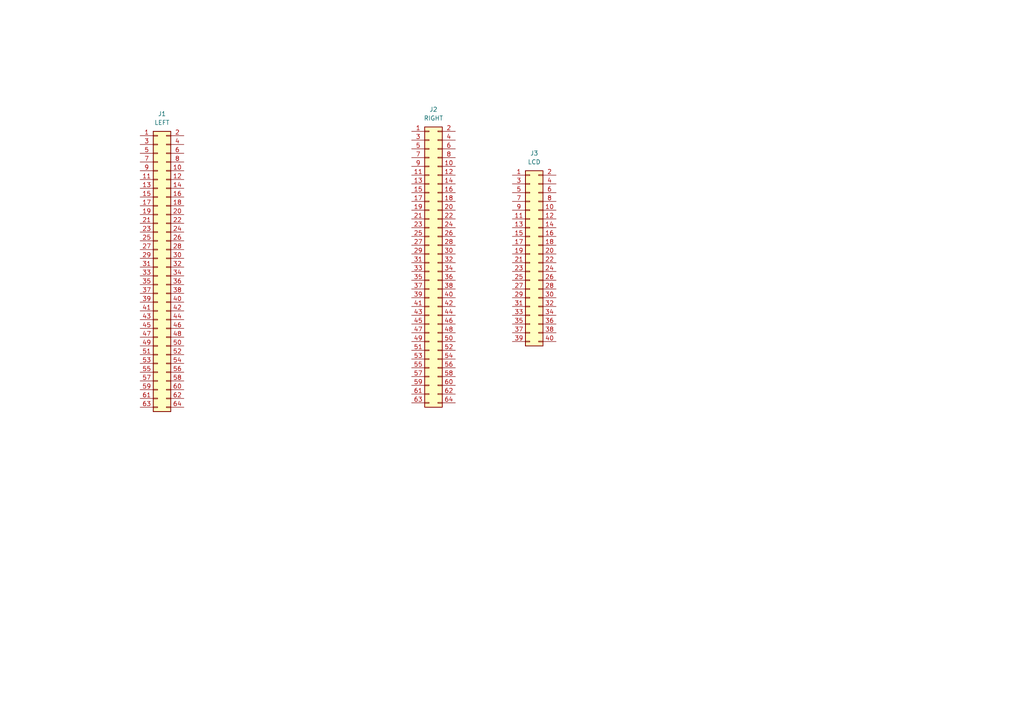
<source format=kicad_sch>
(kicad_sch (version 20211123) (generator eeschema)
  (paper "A4")
  (lib_symbols
    (symbol "Connector_Generic:Conn_02x20_Odd_Even" (pin_names (offset 1.016) hide)
      (property "Reference" "J" (at 1.27 25.4 0))
      (property "Value" "Conn_02x20_Odd_Even" (at 1.27 -27.94 0))
      (symbol "Conn_02x20_Odd_Even_1_1"
        (rectangle (start -1.27 -25.273) (end 0 -25.527) (stroke (width 0.1524)))
        (rectangle (start -1.27 -22.733) (end 0 -22.987) (stroke (width 0.1524)))
        (rectangle (start -1.27 -20.193) (end 0 -20.447) (stroke (width 0.1524)))
        (rectangle (start -1.27 -17.653) (end 0 -17.907) (stroke (width 0.1524)))
        (rectangle (start -1.27 -15.113) (end 0 -15.367) (stroke (width 0.1524)))
        (rectangle (start -1.27 -12.573) (end 0 -12.827) (stroke (width 0.1524)))
        (rectangle (start -1.27 -10.033) (end 0 -10.287) (stroke (width 0.1524)))
        (rectangle (start -1.27 -7.493) (end 0 -7.747) (stroke (width 0.1524)))
        (rectangle (start -1.27 -4.953) (end 0 -5.207) (stroke (width 0.1524)))
        (rectangle (start -1.27 -2.413) (end 0 -2.667) (stroke (width 0.1524)))
        (rectangle (start -1.27 0.127) (end 0 -0.127) (stroke (width 0.1524)))
        (rectangle (start -1.27 2.667) (end 0 2.413) (stroke (width 0.1524)))
        (rectangle (start -1.27 5.207) (end 0 4.953) (stroke (width 0.1524)))
        (rectangle (start -1.27 7.747) (end 0 7.493) (stroke (width 0.1524)))
        (rectangle (start -1.27 10.287) (end 0 10.033) (stroke (width 0.1524)))
        (rectangle (start -1.27 12.827) (end 0 12.573) (stroke (width 0.1524)))
        (rectangle (start -1.27 15.367) (end 0 15.113) (stroke (width 0.1524)))
        (rectangle (start -1.27 17.907) (end 0 17.653) (stroke (width 0.1524)))
        (rectangle (start -1.27 20.447) (end 0 20.193) (stroke (width 0.1524)))
        (rectangle (start -1.27 22.987) (end 0 22.733) (stroke (width 0.1524)))
        (rectangle (start -1.27 24.13) (end 3.81 -26.67) (stroke (width 0.254)) (fill (type background)))
        (rectangle (start 3.81 -25.273) (end 2.54 -25.527) (stroke (width 0.1524)))
        (rectangle (start 3.81 -22.733) (end 2.54 -22.987) (stroke (width 0.1524)))
        (rectangle (start 3.81 -20.193) (end 2.54 -20.447) (stroke (width 0.1524)))
        (rectangle (start 3.81 -17.653) (end 2.54 -17.907) (stroke (width 0.1524)))
        (rectangle (start 3.81 -15.113) (end 2.54 -15.367) (stroke (width 0.1524)))
        (rectangle (start 3.81 -12.573) (end 2.54 -12.827) (stroke (width 0.1524)))
        (rectangle (start 3.81 -10.033) (end 2.54 -10.287) (stroke (width 0.1524)))
        (rectangle (start 3.81 -7.493) (end 2.54 -7.747) (stroke (width 0.1524)))
        (rectangle (start 3.81 -4.953) (end 2.54 -5.207) (stroke (width 0.1524)))
        (rectangle (start 3.81 -2.413) (end 2.54 -2.667) (stroke (width 0.1524)))
        (rectangle (start 3.81 0.127) (end 2.54 -0.127) (stroke (width 0.1524)))
        (rectangle (start 3.81 2.667) (end 2.54 2.413) (stroke (width 0.1524)))
        (rectangle (start 3.81 5.207) (end 2.54 4.953) (stroke (width 0.1524)))
        (rectangle (start 3.81 7.747) (end 2.54 7.493) (stroke (width 0.1524)))
        (rectangle (start 3.81 10.287) (end 2.54 10.033) (stroke (width 0.1524)))
        (rectangle (start 3.81 12.827) (end 2.54 12.573) (stroke (width 0.1524)))
        (rectangle (start 3.81 15.367) (end 2.54 15.113) (stroke (width 0.1524)))
        (rectangle (start 3.81 17.907) (end 2.54 17.653) (stroke (width 0.1524)))
        (rectangle (start 3.81 20.447) (end 2.54 20.193) (stroke (width 0.1524)))
        (rectangle (start 3.81 22.987) (end 2.54 22.733) (stroke (width 0.1524)))
        (pin passive line (at -5.08 22.86 0) (length 3.81) (name "Pin_1") (number "1"))
        (pin passive line (at 7.62 12.7 180) (length 3.81) (name "Pin_10") (number "10"))
        (pin passive line (at -5.08 10.16 0) (length 3.81) (name "Pin_11") (number "11"))
        (pin passive line (at 7.62 10.16 180) (length 3.81) (name "Pin_12") (number "12"))
        (pin passive line (at -5.08 7.62 0) (length 3.81) (name "Pin_13") (number "13"))
        (pin passive line (at 7.62 7.62 180) (length 3.81) (name "Pin_14") (number "14"))
        (pin passive line (at -5.08 5.08 0) (length 3.81) (name "Pin_15") (number "15"))
        (pin passive line (at 7.62 5.08 180) (length 3.81) (name "Pin_16") (number "16"))
        (pin passive line (at -5.08 2.54 0) (length 3.81) (name "Pin_17") (number "17"))
        (pin passive line (at 7.62 2.54 180) (length 3.81) (name "Pin_18") (number "18"))
        (pin passive line (at -5.08 0 0) (length 3.81) (name "Pin_19") (number "19"))
        (pin passive line (at 7.62 22.86 180) (length 3.81) (name "Pin_2") (number "2"))
        (pin passive line (at 7.62 0 180) (length 3.81) (name "Pin_20") (number "20"))
        (pin passive line (at -5.08 -2.54 0) (length 3.81) (name "Pin_21") (number "21"))
        (pin passive line (at 7.62 -2.54 180) (length 3.81) (name "Pin_22") (number "22"))
        (pin passive line (at -5.08 -5.08 0) (length 3.81) (name "Pin_23") (number "23"))
        (pin passive line (at 7.62 -5.08 180) (length 3.81) (name "Pin_24") (number "24"))
        (pin passive line (at -5.08 -7.62 0) (length 3.81) (name "Pin_25") (number "25"))
        (pin passive line (at 7.62 -7.62 180) (length 3.81) (name "Pin_26") (number "26"))
        (pin passive line (at -5.08 -10.16 0) (length 3.81) (name "Pin_27") (number "27"))
        (pin passive line (at 7.62 -10.16 180) (length 3.81) (name "Pin_28") (number "28"))
        (pin passive line (at -5.08 -12.7 0) (length 3.81) (name "Pin_29") (number "29"))
        (pin passive line (at -5.08 20.32 0) (length 3.81) (name "Pin_3") (number "3"))
        (pin passive line (at 7.62 -12.7 180) (length 3.81) (name "Pin_30") (number "30"))
        (pin passive line (at -5.08 -15.24 0) (length 3.81) (name "Pin_31") (number "31"))
        (pin passive line (at 7.62 -15.24 180) (length 3.81) (name "Pin_32") (number "32"))
        (pin passive line (at -5.08 -17.78 0) (length 3.81) (name "Pin_33") (number "33"))
        (pin passive line (at 7.62 -17.78 180) (length 3.81) (name "Pin_34") (number "34"))
        (pin passive line (at -5.08 -20.32 0) (length 3.81) (name "Pin_35") (number "35"))
        (pin passive line (at 7.62 -20.32 180) (length 3.81) (name "Pin_36") (number "36"))
        (pin passive line (at -5.08 -22.86 0) (length 3.81) (name "Pin_37") (number "37"))
        (pin passive line (at 7.62 -22.86 180) (length 3.81) (name "Pin_38") (number "38"))
        (pin passive line (at -5.08 -25.4 0) (length 3.81) (name "Pin_39") (number "39"))
        (pin passive line (at 7.62 20.32 180) (length 3.81) (name "Pin_4") (number "4"))
        (pin passive line (at 7.62 -25.4 180) (length 3.81) (name "Pin_40") (number "40"))
        (pin passive line (at -5.08 17.78 0) (length 3.81) (name "Pin_5") (number "5"))
        (pin passive line (at 7.62 17.78 180) (length 3.81) (name "Pin_6") (number "6"))
        (pin passive line (at -5.08 15.24 0) (length 3.81) (name "Pin_7") (number "7"))
        (pin passive line (at 7.62 15.24 180) (length 3.81) (name "Pin_8") (number "8"))
        (pin passive line (at -5.08 12.7 0) (length 3.81) (name "Pin_9") (number "9"))
      )
    )
    (symbol "Connector_Generic:Conn_02x32_Odd_Even" (pin_names (offset 1.016) hide)
      (property "Reference" "J" (at 1.27 40.64 0))
      (property "Value" "Conn_02x32_Odd_Even" (at 1.27 -43.18 0))
      (symbol "Conn_02x32_Odd_Even_1_1"
        (rectangle (start -1.27 -40.513) (end 0 -40.767) (stroke (width 0.1524)))
        (rectangle (start -1.27 -37.973) (end 0 -38.227) (stroke (width 0.1524)))
        (rectangle (start -1.27 -35.433) (end 0 -35.687) (stroke (width 0.1524)))
        (rectangle (start -1.27 -32.893) (end 0 -33.147) (stroke (width 0.1524)))
        (rectangle (start -1.27 -30.353) (end 0 -30.607) (stroke (width 0.1524)))
        (rectangle (start -1.27 -27.813) (end 0 -28.067) (stroke (width 0.1524)))
        (rectangle (start -1.27 -25.273) (end 0 -25.527) (stroke (width 0.1524)))
        (rectangle (start -1.27 -22.733) (end 0 -22.987) (stroke (width 0.1524)))
        (rectangle (start -1.27 -20.193) (end 0 -20.447) (stroke (width 0.1524)))
        (rectangle (start -1.27 -17.653) (end 0 -17.907) (stroke (width 0.1524)))
        (rectangle (start -1.27 -15.113) (end 0 -15.367) (stroke (width 0.1524)))
        (rectangle (start -1.27 -12.573) (end 0 -12.827) (stroke (width 0.1524)))
        (rectangle (start -1.27 -10.033) (end 0 -10.287) (stroke (width 0.1524)))
        (rectangle (start -1.27 -7.493) (end 0 -7.747) (stroke (width 0.1524)))
        (rectangle (start -1.27 -4.953) (end 0 -5.207) (stroke (width 0.1524)))
        (rectangle (start -1.27 -2.413) (end 0 -2.667) (stroke (width 0.1524)))
        (rectangle (start -1.27 0.127) (end 0 -0.127) (stroke (width 0.1524)))
        (rectangle (start -1.27 2.667) (end 0 2.413) (stroke (width 0.1524)))
        (rectangle (start -1.27 5.207) (end 0 4.953) (stroke (width 0.1524)))
        (rectangle (start -1.27 7.747) (end 0 7.493) (stroke (width 0.1524)))
        (rectangle (start -1.27 10.287) (end 0 10.033) (stroke (width 0.1524)))
        (rectangle (start -1.27 12.827) (end 0 12.573) (stroke (width 0.1524)))
        (rectangle (start -1.27 15.367) (end 0 15.113) (stroke (width 0.1524)))
        (rectangle (start -1.27 17.907) (end 0 17.653) (stroke (width 0.1524)))
        (rectangle (start -1.27 20.447) (end 0 20.193) (stroke (width 0.1524)))
        (rectangle (start -1.27 22.987) (end 0 22.733) (stroke (width 0.1524)))
        (rectangle (start -1.27 25.527) (end 0 25.273) (stroke (width 0.1524)))
        (rectangle (start -1.27 28.067) (end 0 27.813) (stroke (width 0.1524)))
        (rectangle (start -1.27 30.607) (end 0 30.353) (stroke (width 0.1524)))
        (rectangle (start -1.27 33.147) (end 0 32.893) (stroke (width 0.1524)))
        (rectangle (start -1.27 35.687) (end 0 35.433) (stroke (width 0.1524)))
        (rectangle (start -1.27 38.227) (end 0 37.973) (stroke (width 0.1524)))
        (rectangle (start -1.27 39.37) (end 3.81 -41.91) (stroke (width 0.254)) (fill (type background)))
        (rectangle (start 3.81 -40.513) (end 2.54 -40.767) (stroke (width 0.1524)))
        (rectangle (start 3.81 -37.973) (end 2.54 -38.227) (stroke (width 0.1524)))
        (rectangle (start 3.81 -35.433) (end 2.54 -35.687) (stroke (width 0.1524)))
        (rectangle (start 3.81 -32.893) (end 2.54 -33.147) (stroke (width 0.1524)))
        (rectangle (start 3.81 -30.353) (end 2.54 -30.607) (stroke (width 0.1524)))
        (rectangle (start 3.81 -27.813) (end 2.54 -28.067) (stroke (width 0.1524)))
        (rectangle (start 3.81 -25.273) (end 2.54 -25.527) (stroke (width 0.1524)))
        (rectangle (start 3.81 -22.733) (end 2.54 -22.987) (stroke (width 0.1524)))
        (rectangle (start 3.81 -20.193) (end 2.54 -20.447) (stroke (width 0.1524)))
        (rectangle (start 3.81 -17.653) (end 2.54 -17.907) (stroke (width 0.1524)))
        (rectangle (start 3.81 -15.113) (end 2.54 -15.367) (stroke (width 0.1524)))
        (rectangle (start 3.81 -12.573) (end 2.54 -12.827) (stroke (width 0.1524)))
        (rectangle (start 3.81 -10.033) (end 2.54 -10.287) (stroke (width 0.1524)))
        (rectangle (start 3.81 -7.493) (end 2.54 -7.747) (stroke (width 0.1524)))
        (rectangle (start 3.81 -4.953) (end 2.54 -5.207) (stroke (width 0.1524)))
        (rectangle (start 3.81 -2.413) (end 2.54 -2.667) (stroke (width 0.1524)))
        (rectangle (start 3.81 0.127) (end 2.54 -0.127) (stroke (width 0.1524)))
        (rectangle (start 3.81 2.667) (end 2.54 2.413) (stroke (width 0.1524)))
        (rectangle (start 3.81 5.207) (end 2.54 4.953) (stroke (width 0.1524)))
        (rectangle (start 3.81 7.747) (end 2.54 7.493) (stroke (width 0.1524)))
        (rectangle (start 3.81 10.287) (end 2.54 10.033) (stroke (width 0.1524)))
        (rectangle (start 3.81 12.827) (end 2.54 12.573) (stroke (width 0.1524)))
        (rectangle (start 3.81 15.367) (end 2.54 15.113) (stroke (width 0.1524)))
        (rectangle (start 3.81 17.907) (end 2.54 17.653) (stroke (width 0.1524)))
        (rectangle (start 3.81 20.447) (end 2.54 20.193) (stroke (width 0.1524)))
        (rectangle (start 3.81 22.987) (end 2.54 22.733) (stroke (width 0.1524)))
        (rectangle (start 3.81 25.527) (end 2.54 25.273) (stroke (width 0.1524)))
        (rectangle (start 3.81 28.067) (end 2.54 27.813) (stroke (width 0.1524)))
        (rectangle (start 3.81 30.607) (end 2.54 30.353) (stroke (width 0.1524)))
        (rectangle (start 3.81 33.147) (end 2.54 32.893) (stroke (width 0.1524)))
        (rectangle (start 3.81 35.687) (end 2.54 35.433) (stroke (width 0.1524)))
        (rectangle (start 3.81 38.227) (end 2.54 37.973) (stroke (width 0.1524)))
        (pin passive line (at -5.08 38.1 0) (length 3.81) (name "Pin_1") (number "1"))
        (pin passive line (at 7.62 27.94 180) (length 3.81) (name "Pin_10") (number "10"))
        (pin passive line (at -5.08 25.4 0) (length 3.81) (name "Pin_11") (number "11"))
        (pin passive line (at 7.62 25.4 180) (length 3.81) (name "Pin_12") (number "12"))
        (pin passive line (at -5.08 22.86 0) (length 3.81) (name "Pin_13") (number "13"))
        (pin passive line (at 7.62 22.86 180) (length 3.81) (name "Pin_14") (number "14"))
        (pin passive line (at -5.08 20.32 0) (length 3.81) (name "Pin_15") (number "15"))
        (pin passive line (at 7.62 20.32 180) (length 3.81) (name "Pin_16") (number "16"))
        (pin passive line (at -5.08 17.78 0) (length 3.81) (name "Pin_17") (number "17"))
        (pin passive line (at 7.62 17.78 180) (length 3.81) (name "Pin_18") (number "18"))
        (pin passive line (at -5.08 15.24 0) (length 3.81) (name "Pin_19") (number "19"))
        (pin passive line (at 7.62 38.1 180) (length 3.81) (name "Pin_2") (number "2"))
        (pin passive line (at 7.62 15.24 180) (length 3.81) (name "Pin_20") (number "20"))
        (pin passive line (at -5.08 12.7 0) (length 3.81) (name "Pin_21") (number "21"))
        (pin passive line (at 7.62 12.7 180) (length 3.81) (name "Pin_22") (number "22"))
        (pin passive line (at -5.08 10.16 0) (length 3.81) (name "Pin_23") (number "23"))
        (pin passive line (at 7.62 10.16 180) (length 3.81) (name "Pin_24") (number "24"))
        (pin passive line (at -5.08 7.62 0) (length 3.81) (name "Pin_25") (number "25"))
        (pin passive line (at 7.62 7.62 180) (length 3.81) (name "Pin_26") (number "26"))
        (pin passive line (at -5.08 5.08 0) (length 3.81) (name "Pin_27") (number "27"))
        (pin passive line (at 7.62 5.08 180) (length 3.81) (name "Pin_28") (number "28"))
        (pin passive line (at -5.08 2.54 0) (length 3.81) (name "Pin_29") (number "29"))
        (pin passive line (at -5.08 35.56 0) (length 3.81) (name "Pin_3") (number "3"))
        (pin passive line (at 7.62 2.54 180) (length 3.81) (name "Pin_30") (number "30"))
        (pin passive line (at -5.08 0 0) (length 3.81) (name "Pin_31") (number "31"))
        (pin passive line (at 7.62 0 180) (length 3.81) (name "Pin_32") (number "32"))
        (pin passive line (at -5.08 -2.54 0) (length 3.81) (name "Pin_33") (number "33"))
        (pin passive line (at 7.62 -2.54 180) (length 3.81) (name "Pin_34") (number "34"))
        (pin passive line (at -5.08 -5.08 0) (length 3.81) (name "Pin_35") (number "35"))
        (pin passive line (at 7.62 -5.08 180) (length 3.81) (name "Pin_36") (number "36"))
        (pin passive line (at -5.08 -7.62 0) (length 3.81) (name "Pin_37") (number "37"))
        (pin passive line (at 7.62 -7.62 180) (length 3.81) (name "Pin_38") (number "38"))
        (pin passive line (at -5.08 -10.16 0) (length 3.81) (name "Pin_39") (number "39"))
        (pin passive line (at 7.62 35.56 180) (length 3.81) (name "Pin_4") (number "4"))
        (pin passive line (at 7.62 -10.16 180) (length 3.81) (name "Pin_40") (number "40"))
        (pin passive line (at -5.08 -12.7 0) (length 3.81) (name "Pin_41") (number "41"))
        (pin passive line (at 7.62 -12.7 180) (length 3.81) (name "Pin_42") (number "42"))
        (pin passive line (at -5.08 -15.24 0) (length 3.81) (name "Pin_43") (number "43"))
        (pin passive line (at 7.62 -15.24 180) (length 3.81) (name "Pin_44") (number "44"))
        (pin passive line (at -5.08 -17.78 0) (length 3.81) (name "Pin_45") (number "45"))
        (pin passive line (at 7.62 -17.78 180) (length 3.81) (name "Pin_46") (number "46"))
        (pin passive line (at -5.08 -20.32 0) (length 3.81) (name "Pin_47") (number "47"))
        (pin passive line (at 7.62 -20.32 180) (length 3.81) (name "Pin_48") (number "48"))
        (pin passive line (at -5.08 -22.86 0) (length 3.81) (name "Pin_49") (number "49"))
        (pin passive line (at -5.08 33.02 0) (length 3.81) (name "Pin_5") (number "5"))
        (pin passive line (at 7.62 -22.86 180) (length 3.81) (name "Pin_50") (number "50"))
        (pin passive line (at -5.08 -25.4 0) (length 3.81) (name "Pin_51") (number "51"))
        (pin passive line (at 7.62 -25.4 180) (length 3.81) (name "Pin_52") (number "52"))
        (pin passive line (at -5.08 -27.94 0) (length 3.81) (name "Pin_53") (number "53"))
        (pin passive line (at 7.62 -27.94 180) (length 3.81) (name "Pin_54") (number "54"))
        (pin passive line (at -5.08 -30.48 0) (length 3.81) (name "Pin_55") (number "55"))
        (pin passive line (at 7.62 -30.48 180) (length 3.81) (name "Pin_56") (number "56"))
        (pin passive line (at -5.08 -33.02 0) (length 3.81) (name "Pin_57") (number "57"))
        (pin passive line (at 7.62 -33.02 180) (length 3.81) (name "Pin_58") (number "58"))
        (pin passive line (at -5.08 -35.56 0) (length 3.81) (name "Pin_59") (number "59"))
        (pin passive line (at 7.62 33.02 180) (length 3.81) (name "Pin_6") (number "6"))
        (pin passive line (at 7.62 -35.56 180) (length 3.81) (name "Pin_60") (number "60"))
        (pin passive line (at -5.08 -38.1 0) (length 3.81) (name "Pin_61") (number "61"))
        (pin passive line (at 7.62 -38.1 180) (length 3.81) (name "Pin_62") (number "62"))
        (pin passive line (at -5.08 -40.64 0) (length 3.81) (name "Pin_63") (number "63"))
        (pin passive line (at 7.62 -40.64 180) (length 3.81) (name "Pin_64") (number "64"))
        (pin passive line (at -5.08 30.48 0) (length 3.81) (name "Pin_7") (number "7"))
        (pin passive line (at 7.62 30.48 180) (length 3.81) (name "Pin_8") (number "8"))
        (pin passive line (at -5.08 27.94 0) (length 3.81) (name "Pin_9") (number "9"))
      )
    )
  )
  (symbol (lib_id "Connector_Generic:Conn_02x32_Odd_Even") (at 124.46 76.2 0) (unit 1)
    (property "Reference" "J2" (at 125.73 31.75 0))
    (property "Value" "RIGHT" (at 125.73 34.29 0))
    (property "Footprint" "Connector_PinSocket_2.54mm:PinSocket_2x32_P2.54mm_Vertical" (effects hide))
  )
  (symbol (lib_id "Connector_Generic:Conn_02x20_Odd_Even") (at 153.67 73.66 0) (unit 1)
    (property "Reference" "J3" (at 154.94 44.45 0))
    (property "Value" "LCD" (at 154.94 46.99 0))
    (property "Footprint" "Connector_PinSocket_2.54mm:PinSocket_2x20_P2.54mm_Vertical" (effects hide))
  )
  (symbol (lib_id "Connector_Generic:Conn_02x32_Odd_Even") (at 45.72 77.47 0) (unit 1)
    (property "Reference" "J1" (at 46.99 33.02 0))
    (property "Value" "LEFT" (at 46.99 35.56 0))
    (property "Footprint" "Connector_PinSocket_2.54mm:PinSocket_2x32_P2.54mm_Vertical" (effects hide))
  )
)
</source>
